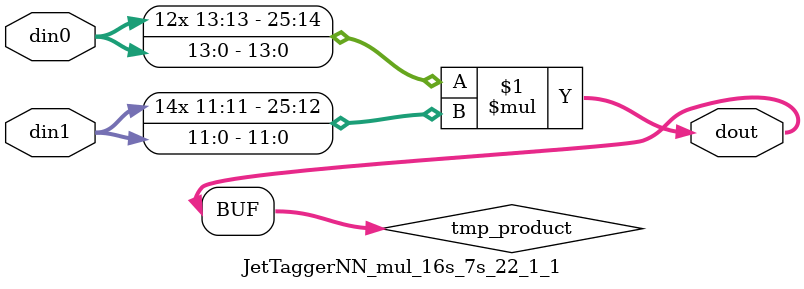
<source format=v>

`timescale 1 ns / 1 ps

  module JetTaggerNN_mul_16s_7s_22_1_1(din0, din1, dout);
parameter ID = 1;
parameter NUM_STAGE = 0;
parameter din0_WIDTH = 14;
parameter din1_WIDTH = 12;
parameter dout_WIDTH = 26;

input [din0_WIDTH - 1 : 0] din0; 
input [din1_WIDTH - 1 : 0] din1; 
output [dout_WIDTH - 1 : 0] dout;

wire signed [dout_WIDTH - 1 : 0] tmp_product;













assign tmp_product = $signed(din0) * $signed(din1);








assign dout = tmp_product;







endmodule

</source>
